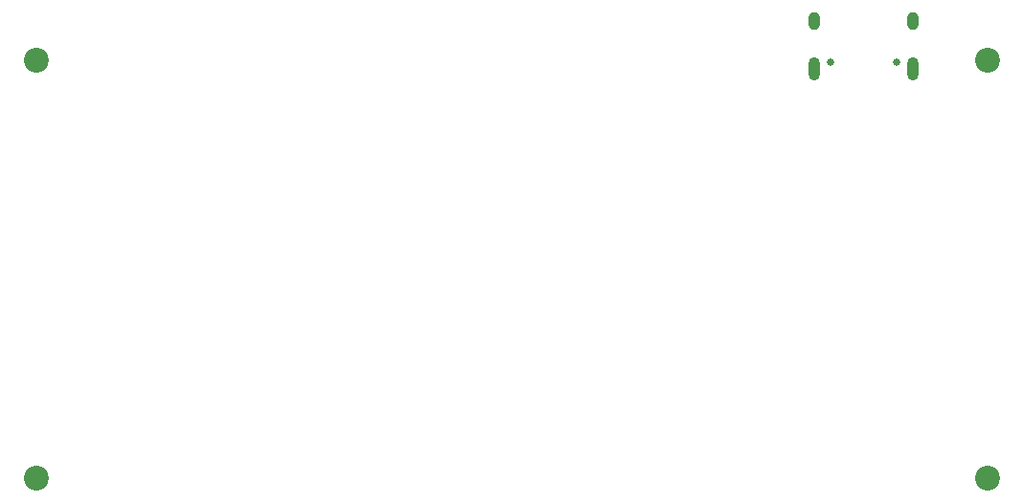
<source format=gbr>
%TF.GenerationSoftware,KiCad,Pcbnew,9.0.7*%
%TF.CreationDate,2026-02-16T21:50:05-05:00*%
%TF.ProjectId,Primis_FaceTracker,5072696d-6973-45f4-9661-636554726163,rev?*%
%TF.SameCoordinates,Original*%
%TF.FileFunction,Soldermask,Bot*%
%TF.FilePolarity,Negative*%
%FSLAX46Y46*%
G04 Gerber Fmt 4.6, Leading zero omitted, Abs format (unit mm)*
G04 Created by KiCad (PCBNEW 9.0.7) date 2026-02-16 21:50:05*
%MOMM*%
%LPD*%
G01*
G04 APERTURE LIST*
%ADD10C,0.650000*%
%ADD11O,1.000000X2.100000*%
%ADD12O,1.000000X1.600000*%
%ADD13C,2.200000*%
G04 APERTURE END LIST*
D10*
%TO.C,J1*%
X196960000Y-80150000D03*
X191180000Y-80150000D03*
D11*
X198390000Y-80680000D03*
D12*
X198390000Y-76500000D03*
D11*
X189750000Y-80680000D03*
D12*
X189750000Y-76500000D03*
%TD*%
D13*
%TO.C,H4*%
X205000000Y-117000000D03*
%TD*%
%TO.C,H2*%
X121000000Y-80000000D03*
%TD*%
%TO.C,H1*%
X205000000Y-80000000D03*
%TD*%
%TO.C,H3*%
X121000000Y-117000000D03*
%TD*%
M02*

</source>
